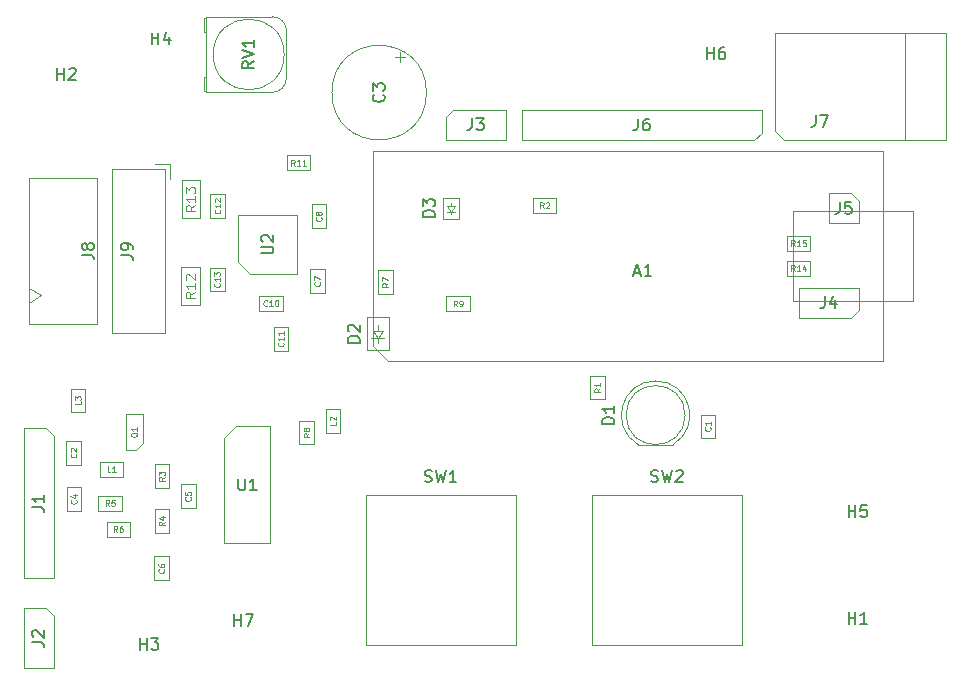
<source format=gbr>
%TF.GenerationSoftware,KiCad,Pcbnew,(5.99.0-9519-ga70106a3bd)*%
%TF.CreationDate,2021-04-17T12:18:36-04:00*%
%TF.ProjectId,Main-PCB,4d61696e-2d50-4434-922e-6b696361645f,rev?*%
%TF.SameCoordinates,Original*%
%TF.FileFunction,AssemblyDrawing,Top*%
%FSLAX46Y46*%
G04 Gerber Fmt 4.6, Leading zero omitted, Abs format (unit mm)*
G04 Created by KiCad (PCBNEW (5.99.0-9519-ga70106a3bd)) date 2021-04-17 12:18:36*
%MOMM*%
%LPD*%
G01*
G04 APERTURE LIST*
%ADD10C,0.150000*%
%ADD11C,0.080000*%
%ADD12C,0.120000*%
%ADD13C,0.075000*%
%ADD14C,0.100000*%
G04 APERTURE END LIST*
D10*
%TO.C,C3*%
X32157142Y-7696666D02*
X32204761Y-7744285D01*
X32252380Y-7887142D01*
X32252380Y-7982380D01*
X32204761Y-8125238D01*
X32109523Y-8220476D01*
X32014285Y-8268095D01*
X31823809Y-8315714D01*
X31680952Y-8315714D01*
X31490476Y-8268095D01*
X31395238Y-8220476D01*
X31300000Y-8125238D01*
X31252380Y-7982380D01*
X31252380Y-7887142D01*
X31300000Y-7744285D01*
X31347619Y-7696666D01*
X31252380Y-7363333D02*
X31252380Y-6744285D01*
X31633333Y-7077619D01*
X31633333Y-6934761D01*
X31680952Y-6839523D01*
X31728571Y-6791904D01*
X31823809Y-6744285D01*
X32061904Y-6744285D01*
X32157142Y-6791904D01*
X32204761Y-6839523D01*
X32252380Y-6934761D01*
X32252380Y-7220476D01*
X32204761Y-7315714D01*
X32157142Y-7363333D01*
D11*
%TO.C,R14*%
X66978571Y-22626190D02*
X66811904Y-22388095D01*
X66692857Y-22626190D02*
X66692857Y-22126190D01*
X66883333Y-22126190D01*
X66930952Y-22150000D01*
X66954761Y-22173809D01*
X66978571Y-22221428D01*
X66978571Y-22292857D01*
X66954761Y-22340476D01*
X66930952Y-22364285D01*
X66883333Y-22388095D01*
X66692857Y-22388095D01*
X67454761Y-22626190D02*
X67169047Y-22626190D01*
X67311904Y-22626190D02*
X67311904Y-22126190D01*
X67264285Y-22197619D01*
X67216666Y-22245238D01*
X67169047Y-22269047D01*
X67883333Y-22292857D02*
X67883333Y-22626190D01*
X67764285Y-22102380D02*
X67645238Y-22459523D01*
X67954761Y-22459523D01*
D10*
%TO.C,RV1*%
X21202380Y-4895238D02*
X20726190Y-5228571D01*
X21202380Y-5466666D02*
X20202380Y-5466666D01*
X20202380Y-5085714D01*
X20250000Y-4990476D01*
X20297619Y-4942857D01*
X20392857Y-4895238D01*
X20535714Y-4895238D01*
X20630952Y-4942857D01*
X20678571Y-4990476D01*
X20726190Y-5085714D01*
X20726190Y-5466666D01*
X20202380Y-4609523D02*
X21202380Y-4276190D01*
X20202380Y-3942857D01*
X21202380Y-3085714D02*
X21202380Y-3657142D01*
X21202380Y-3371428D02*
X20202380Y-3371428D01*
X20345238Y-3466666D01*
X20440476Y-3561904D01*
X20488095Y-3657142D01*
D11*
%TO.C,C13*%
X18278571Y-23681428D02*
X18302380Y-23705238D01*
X18326190Y-23776666D01*
X18326190Y-23824285D01*
X18302380Y-23895714D01*
X18254761Y-23943333D01*
X18207142Y-23967142D01*
X18111904Y-23990952D01*
X18040476Y-23990952D01*
X17945238Y-23967142D01*
X17897619Y-23943333D01*
X17850000Y-23895714D01*
X17826190Y-23824285D01*
X17826190Y-23776666D01*
X17850000Y-23705238D01*
X17873809Y-23681428D01*
X18326190Y-23205238D02*
X18326190Y-23490952D01*
X18326190Y-23348095D02*
X17826190Y-23348095D01*
X17897619Y-23395714D01*
X17945238Y-23443333D01*
X17969047Y-23490952D01*
X17826190Y-23038571D02*
X17826190Y-22729047D01*
X18016666Y-22895714D01*
X18016666Y-22824285D01*
X18040476Y-22776666D01*
X18064285Y-22752857D01*
X18111904Y-22729047D01*
X18230952Y-22729047D01*
X18278571Y-22752857D01*
X18302380Y-22776666D01*
X18326190Y-22824285D01*
X18326190Y-22967142D01*
X18302380Y-23014761D01*
X18278571Y-23038571D01*
%TO.C,R6*%
X9636666Y-44731190D02*
X9470000Y-44493095D01*
X9350952Y-44731190D02*
X9350952Y-44231190D01*
X9541428Y-44231190D01*
X9589047Y-44255000D01*
X9612857Y-44278809D01*
X9636666Y-44326428D01*
X9636666Y-44397857D01*
X9612857Y-44445476D01*
X9589047Y-44469285D01*
X9541428Y-44493095D01*
X9350952Y-44493095D01*
X10065238Y-44231190D02*
X9970000Y-44231190D01*
X9922380Y-44255000D01*
X9898571Y-44278809D01*
X9850952Y-44350238D01*
X9827142Y-44445476D01*
X9827142Y-44635952D01*
X9850952Y-44683571D01*
X9874761Y-44707380D01*
X9922380Y-44731190D01*
X10017619Y-44731190D01*
X10065238Y-44707380D01*
X10089047Y-44683571D01*
X10112857Y-44635952D01*
X10112857Y-44516904D01*
X10089047Y-44469285D01*
X10065238Y-44445476D01*
X10017619Y-44421666D01*
X9922380Y-44421666D01*
X9874761Y-44445476D01*
X9850952Y-44469285D01*
X9827142Y-44516904D01*
D10*
%TO.C,J6*%
X53696666Y-9732380D02*
X53696666Y-10446666D01*
X53649047Y-10589523D01*
X53553809Y-10684761D01*
X53410952Y-10732380D01*
X53315714Y-10732380D01*
X54601428Y-9732380D02*
X54410952Y-9732380D01*
X54315714Y-9780000D01*
X54268095Y-9827619D01*
X54172857Y-9970476D01*
X54125238Y-10160952D01*
X54125238Y-10541904D01*
X54172857Y-10637142D01*
X54220476Y-10684761D01*
X54315714Y-10732380D01*
X54506190Y-10732380D01*
X54601428Y-10684761D01*
X54649047Y-10637142D01*
X54696666Y-10541904D01*
X54696666Y-10303809D01*
X54649047Y-10208571D01*
X54601428Y-10160952D01*
X54506190Y-10113333D01*
X54315714Y-10113333D01*
X54220476Y-10160952D01*
X54172857Y-10208571D01*
X54125238Y-10303809D01*
%TO.C,J7*%
X68766666Y-9409880D02*
X68766666Y-10124166D01*
X68719047Y-10267023D01*
X68623809Y-10362261D01*
X68480952Y-10409880D01*
X68385714Y-10409880D01*
X69147619Y-9409880D02*
X69814285Y-9409880D01*
X69385714Y-10409880D01*
D11*
%TO.C,R7*%
X32576190Y-23663333D02*
X32338095Y-23830000D01*
X32576190Y-23949047D02*
X32076190Y-23949047D01*
X32076190Y-23758571D01*
X32100000Y-23710952D01*
X32123809Y-23687142D01*
X32171428Y-23663333D01*
X32242857Y-23663333D01*
X32290476Y-23687142D01*
X32314285Y-23710952D01*
X32338095Y-23758571D01*
X32338095Y-23949047D01*
X32076190Y-23496666D02*
X32076190Y-23163333D01*
X32576190Y-23377619D01*
D10*
%TO.C,H5*%
X71538095Y-43452380D02*
X71538095Y-42452380D01*
X71538095Y-42928571D02*
X72109523Y-42928571D01*
X72109523Y-43452380D02*
X72109523Y-42452380D01*
X73061904Y-42452380D02*
X72585714Y-42452380D01*
X72538095Y-42928571D01*
X72585714Y-42880952D01*
X72680952Y-42833333D01*
X72919047Y-42833333D01*
X73014285Y-42880952D01*
X73061904Y-42928571D01*
X73109523Y-43023809D01*
X73109523Y-43261904D01*
X73061904Y-43357142D01*
X73014285Y-43404761D01*
X72919047Y-43452380D01*
X72680952Y-43452380D01*
X72585714Y-43404761D01*
X72538095Y-43357142D01*
%TO.C,D1*%
X51692380Y-35573095D02*
X50692380Y-35573095D01*
X50692380Y-35335000D01*
X50740000Y-35192142D01*
X50835238Y-35096904D01*
X50930476Y-35049285D01*
X51120952Y-35001666D01*
X51263809Y-35001666D01*
X51454285Y-35049285D01*
X51549523Y-35096904D01*
X51644761Y-35192142D01*
X51692380Y-35335000D01*
X51692380Y-35573095D01*
X51692380Y-34049285D02*
X51692380Y-34620714D01*
X51692380Y-34335000D02*
X50692380Y-34335000D01*
X50835238Y-34430238D01*
X50930476Y-34525476D01*
X50978095Y-34620714D01*
%TO.C,A1*%
X53415714Y-22766666D02*
X53891904Y-22766666D01*
X53320476Y-23052380D02*
X53653809Y-22052380D01*
X53987142Y-23052380D01*
X54844285Y-23052380D02*
X54272857Y-23052380D01*
X54558571Y-23052380D02*
X54558571Y-22052380D01*
X54463333Y-22195238D01*
X54368095Y-22290476D01*
X54272857Y-22338095D01*
D11*
%TO.C,C12*%
X18308571Y-17441428D02*
X18332380Y-17465238D01*
X18356190Y-17536666D01*
X18356190Y-17584285D01*
X18332380Y-17655714D01*
X18284761Y-17703333D01*
X18237142Y-17727142D01*
X18141904Y-17750952D01*
X18070476Y-17750952D01*
X17975238Y-17727142D01*
X17927619Y-17703333D01*
X17880000Y-17655714D01*
X17856190Y-17584285D01*
X17856190Y-17536666D01*
X17880000Y-17465238D01*
X17903809Y-17441428D01*
X18356190Y-16965238D02*
X18356190Y-17250952D01*
X18356190Y-17108095D02*
X17856190Y-17108095D01*
X17927619Y-17155714D01*
X17975238Y-17203333D01*
X17999047Y-17250952D01*
X17903809Y-16774761D02*
X17880000Y-16750952D01*
X17856190Y-16703333D01*
X17856190Y-16584285D01*
X17880000Y-16536666D01*
X17903809Y-16512857D01*
X17951428Y-16489047D01*
X17999047Y-16489047D01*
X18070476Y-16512857D01*
X18356190Y-16798571D01*
X18356190Y-16489047D01*
D10*
%TO.C,J4*%
X69526666Y-24792380D02*
X69526666Y-25506666D01*
X69479047Y-25649523D01*
X69383809Y-25744761D01*
X69240952Y-25792380D01*
X69145714Y-25792380D01*
X70431428Y-25125714D02*
X70431428Y-25792380D01*
X70193333Y-24744761D02*
X69955238Y-25459047D01*
X70574285Y-25459047D01*
%TO.C,H2*%
X4538095Y-6452380D02*
X4538095Y-5452380D01*
X4538095Y-5928571D02*
X5109523Y-5928571D01*
X5109523Y-6452380D02*
X5109523Y-5452380D01*
X5538095Y-5547619D02*
X5585714Y-5500000D01*
X5680952Y-5452380D01*
X5919047Y-5452380D01*
X6014285Y-5500000D01*
X6061904Y-5547619D01*
X6109523Y-5642857D01*
X6109523Y-5738095D01*
X6061904Y-5880952D01*
X5490476Y-6452380D01*
X6109523Y-6452380D01*
D11*
%TO.C,L3*%
X6526190Y-33683333D02*
X6526190Y-33921428D01*
X6026190Y-33921428D01*
X6026190Y-33564285D02*
X6026190Y-33254761D01*
X6216666Y-33421428D01*
X6216666Y-33350000D01*
X6240476Y-33302380D01*
X6264285Y-33278571D01*
X6311904Y-33254761D01*
X6430952Y-33254761D01*
X6478571Y-33278571D01*
X6502380Y-33302380D01*
X6526190Y-33350000D01*
X6526190Y-33492857D01*
X6502380Y-33540476D01*
X6478571Y-33564285D01*
%TO.C,R9*%
X38396666Y-25636190D02*
X38230000Y-25398095D01*
X38110952Y-25636190D02*
X38110952Y-25136190D01*
X38301428Y-25136190D01*
X38349047Y-25160000D01*
X38372857Y-25183809D01*
X38396666Y-25231428D01*
X38396666Y-25302857D01*
X38372857Y-25350476D01*
X38349047Y-25374285D01*
X38301428Y-25398095D01*
X38110952Y-25398095D01*
X38634761Y-25636190D02*
X38730000Y-25636190D01*
X38777619Y-25612380D01*
X38801428Y-25588571D01*
X38849047Y-25517142D01*
X38872857Y-25421904D01*
X38872857Y-25231428D01*
X38849047Y-25183809D01*
X38825238Y-25160000D01*
X38777619Y-25136190D01*
X38682380Y-25136190D01*
X38634761Y-25160000D01*
X38610952Y-25183809D01*
X38587142Y-25231428D01*
X38587142Y-25350476D01*
X38610952Y-25398095D01*
X38634761Y-25421904D01*
X38682380Y-25445714D01*
X38777619Y-25445714D01*
X38825238Y-25421904D01*
X38849047Y-25398095D01*
X38872857Y-25350476D01*
D10*
%TO.C,H4*%
X12538095Y-3452380D02*
X12538095Y-2452380D01*
X12538095Y-2928571D02*
X13109523Y-2928571D01*
X13109523Y-3452380D02*
X13109523Y-2452380D01*
X14014285Y-2785714D02*
X14014285Y-3452380D01*
X13776190Y-2404761D02*
X13538095Y-3119047D01*
X14157142Y-3119047D01*
%TO.C,SW1*%
X35664791Y-40455761D02*
X35807648Y-40503380D01*
X36045744Y-40503380D01*
X36140982Y-40455761D01*
X36188601Y-40408142D01*
X36236220Y-40312904D01*
X36236220Y-40217666D01*
X36188601Y-40122428D01*
X36140982Y-40074809D01*
X36045744Y-40027190D01*
X35855267Y-39979571D01*
X35760029Y-39931952D01*
X35712410Y-39884333D01*
X35664791Y-39789095D01*
X35664791Y-39693857D01*
X35712410Y-39598619D01*
X35760029Y-39551000D01*
X35855267Y-39503380D01*
X36093363Y-39503380D01*
X36236220Y-39551000D01*
X36569553Y-39503380D02*
X36807648Y-40503380D01*
X36998125Y-39789095D01*
X37188601Y-40503380D01*
X37426696Y-39503380D01*
X38331458Y-40503380D02*
X37760029Y-40503380D01*
X38045744Y-40503380D02*
X38045744Y-39503380D01*
X37950505Y-39646238D01*
X37855267Y-39741476D01*
X37760029Y-39789095D01*
D11*
%TO.C,R4*%
X13646190Y-43888333D02*
X13408095Y-44055000D01*
X13646190Y-44174047D02*
X13146190Y-44174047D01*
X13146190Y-43983571D01*
X13170000Y-43935952D01*
X13193809Y-43912142D01*
X13241428Y-43888333D01*
X13312857Y-43888333D01*
X13360476Y-43912142D01*
X13384285Y-43935952D01*
X13408095Y-43983571D01*
X13408095Y-44174047D01*
X13312857Y-43459761D02*
X13646190Y-43459761D01*
X13122380Y-43578809D02*
X13479523Y-43697857D01*
X13479523Y-43388333D01*
%TO.C,C5*%
X15808571Y-41783333D02*
X15832380Y-41807142D01*
X15856190Y-41878571D01*
X15856190Y-41926190D01*
X15832380Y-41997619D01*
X15784761Y-42045238D01*
X15737142Y-42069047D01*
X15641904Y-42092857D01*
X15570476Y-42092857D01*
X15475238Y-42069047D01*
X15427619Y-42045238D01*
X15380000Y-41997619D01*
X15356190Y-41926190D01*
X15356190Y-41878571D01*
X15380000Y-41807142D01*
X15403809Y-41783333D01*
X15356190Y-41330952D02*
X15356190Y-41569047D01*
X15594285Y-41592857D01*
X15570476Y-41569047D01*
X15546666Y-41521428D01*
X15546666Y-41402380D01*
X15570476Y-41354761D01*
X15594285Y-41330952D01*
X15641904Y-41307142D01*
X15760952Y-41307142D01*
X15808571Y-41330952D01*
X15832380Y-41354761D01*
X15856190Y-41402380D01*
X15856190Y-41521428D01*
X15832380Y-41569047D01*
X15808571Y-41592857D01*
D10*
%TO.C,D3*%
X36492380Y-18058095D02*
X35492380Y-18058095D01*
X35492380Y-17820000D01*
X35540000Y-17677142D01*
X35635238Y-17581904D01*
X35730476Y-17534285D01*
X35920952Y-17486666D01*
X36063809Y-17486666D01*
X36254285Y-17534285D01*
X36349523Y-17581904D01*
X36444761Y-17677142D01*
X36492380Y-17820000D01*
X36492380Y-18058095D01*
X35492380Y-17153333D02*
X35492380Y-16534285D01*
X35873333Y-16867619D01*
X35873333Y-16724761D01*
X35920952Y-16629523D01*
X35968571Y-16581904D01*
X36063809Y-16534285D01*
X36301904Y-16534285D01*
X36397142Y-16581904D01*
X36444761Y-16629523D01*
X36492380Y-16724761D01*
X36492380Y-17010476D01*
X36444761Y-17105714D01*
X36397142Y-17153333D01*
D11*
%TO.C,C7*%
X26768571Y-23583333D02*
X26792380Y-23607142D01*
X26816190Y-23678571D01*
X26816190Y-23726190D01*
X26792380Y-23797619D01*
X26744761Y-23845238D01*
X26697142Y-23869047D01*
X26601904Y-23892857D01*
X26530476Y-23892857D01*
X26435238Y-23869047D01*
X26387619Y-23845238D01*
X26340000Y-23797619D01*
X26316190Y-23726190D01*
X26316190Y-23678571D01*
X26340000Y-23607142D01*
X26363809Y-23583333D01*
X26316190Y-23416666D02*
X26316190Y-23083333D01*
X26816190Y-23297619D01*
D12*
%TO.C,R12*%
X16201904Y-24434285D02*
X15820952Y-24700952D01*
X16201904Y-24891428D02*
X15401904Y-24891428D01*
X15401904Y-24586666D01*
X15440000Y-24510476D01*
X15478095Y-24472380D01*
X15554285Y-24434285D01*
X15668571Y-24434285D01*
X15744761Y-24472380D01*
X15782857Y-24510476D01*
X15820952Y-24586666D01*
X15820952Y-24891428D01*
X16201904Y-23672380D02*
X16201904Y-24129523D01*
X16201904Y-23900952D02*
X15401904Y-23900952D01*
X15516190Y-23977142D01*
X15592380Y-24053333D01*
X15630476Y-24129523D01*
X15478095Y-23367619D02*
X15440000Y-23329523D01*
X15401904Y-23253333D01*
X15401904Y-23062857D01*
X15440000Y-22986666D01*
X15478095Y-22948571D01*
X15554285Y-22910476D01*
X15630476Y-22910476D01*
X15744761Y-22948571D01*
X16201904Y-23405714D01*
X16201904Y-22910476D01*
D10*
%TO.C,J5*%
X70796666Y-16792380D02*
X70796666Y-17506666D01*
X70749047Y-17649523D01*
X70653809Y-17744761D01*
X70510952Y-17792380D01*
X70415714Y-17792380D01*
X71749047Y-16792380D02*
X71272857Y-16792380D01*
X71225238Y-17268571D01*
X71272857Y-17220952D01*
X71368095Y-17173333D01*
X71606190Y-17173333D01*
X71701428Y-17220952D01*
X71749047Y-17268571D01*
X71796666Y-17363809D01*
X71796666Y-17601904D01*
X71749047Y-17697142D01*
X71701428Y-17744761D01*
X71606190Y-17792380D01*
X71368095Y-17792380D01*
X71272857Y-17744761D01*
X71225238Y-17697142D01*
%TO.C,H1*%
X71538095Y-52502380D02*
X71538095Y-51502380D01*
X71538095Y-51978571D02*
X72109523Y-51978571D01*
X72109523Y-52502380D02*
X72109523Y-51502380D01*
X73109523Y-52502380D02*
X72538095Y-52502380D01*
X72823809Y-52502380D02*
X72823809Y-51502380D01*
X72728571Y-51645238D01*
X72633333Y-51740476D01*
X72538095Y-51788095D01*
%TO.C,U1*%
X19883333Y-40208333D02*
X19883333Y-41001666D01*
X19930000Y-41095000D01*
X19976666Y-41141666D01*
X20070000Y-41188333D01*
X20256666Y-41188333D01*
X20350000Y-41141666D01*
X20396666Y-41095000D01*
X20443333Y-41001666D01*
X20443333Y-40208333D01*
X21423333Y-41188333D02*
X20863333Y-41188333D01*
X21143333Y-41188333D02*
X21143333Y-40208333D01*
X21050000Y-40348333D01*
X20956666Y-40441666D01*
X20863333Y-40488333D01*
D11*
%TO.C,C10*%
X22308571Y-25558571D02*
X22284761Y-25582380D01*
X22213333Y-25606190D01*
X22165714Y-25606190D01*
X22094285Y-25582380D01*
X22046666Y-25534761D01*
X22022857Y-25487142D01*
X21999047Y-25391904D01*
X21999047Y-25320476D01*
X22022857Y-25225238D01*
X22046666Y-25177619D01*
X22094285Y-25130000D01*
X22165714Y-25106190D01*
X22213333Y-25106190D01*
X22284761Y-25130000D01*
X22308571Y-25153809D01*
X22784761Y-25606190D02*
X22499047Y-25606190D01*
X22641904Y-25606190D02*
X22641904Y-25106190D01*
X22594285Y-25177619D01*
X22546666Y-25225238D01*
X22499047Y-25249047D01*
X23094285Y-25106190D02*
X23141904Y-25106190D01*
X23189523Y-25130000D01*
X23213333Y-25153809D01*
X23237142Y-25201428D01*
X23260952Y-25296666D01*
X23260952Y-25415714D01*
X23237142Y-25510952D01*
X23213333Y-25558571D01*
X23189523Y-25582380D01*
X23141904Y-25606190D01*
X23094285Y-25606190D01*
X23046666Y-25582380D01*
X23022857Y-25558571D01*
X22999047Y-25510952D01*
X22975238Y-25415714D01*
X22975238Y-25296666D01*
X22999047Y-25201428D01*
X23022857Y-25153809D01*
X23046666Y-25130000D01*
X23094285Y-25106190D01*
%TO.C,L1*%
X9046666Y-39661190D02*
X8808571Y-39661190D01*
X8808571Y-39161190D01*
X9475238Y-39661190D02*
X9189523Y-39661190D01*
X9332380Y-39661190D02*
X9332380Y-39161190D01*
X9284761Y-39232619D01*
X9237142Y-39280238D01*
X9189523Y-39304047D01*
%TO.C,R15*%
X66978571Y-20526190D02*
X66811904Y-20288095D01*
X66692857Y-20526190D02*
X66692857Y-20026190D01*
X66883333Y-20026190D01*
X66930952Y-20050000D01*
X66954761Y-20073809D01*
X66978571Y-20121428D01*
X66978571Y-20192857D01*
X66954761Y-20240476D01*
X66930952Y-20264285D01*
X66883333Y-20288095D01*
X66692857Y-20288095D01*
X67454761Y-20526190D02*
X67169047Y-20526190D01*
X67311904Y-20526190D02*
X67311904Y-20026190D01*
X67264285Y-20097619D01*
X67216666Y-20145238D01*
X67169047Y-20169047D01*
X67907142Y-20026190D02*
X67669047Y-20026190D01*
X67645238Y-20264285D01*
X67669047Y-20240476D01*
X67716666Y-20216666D01*
X67835714Y-20216666D01*
X67883333Y-20240476D01*
X67907142Y-20264285D01*
X67930952Y-20311904D01*
X67930952Y-20430952D01*
X67907142Y-20478571D01*
X67883333Y-20502380D01*
X67835714Y-20526190D01*
X67716666Y-20526190D01*
X67669047Y-20502380D01*
X67645238Y-20478571D01*
%TO.C,R11*%
X24648571Y-13706190D02*
X24481904Y-13468095D01*
X24362857Y-13706190D02*
X24362857Y-13206190D01*
X24553333Y-13206190D01*
X24600952Y-13230000D01*
X24624761Y-13253809D01*
X24648571Y-13301428D01*
X24648571Y-13372857D01*
X24624761Y-13420476D01*
X24600952Y-13444285D01*
X24553333Y-13468095D01*
X24362857Y-13468095D01*
X25124761Y-13706190D02*
X24839047Y-13706190D01*
X24981904Y-13706190D02*
X24981904Y-13206190D01*
X24934285Y-13277619D01*
X24886666Y-13325238D01*
X24839047Y-13349047D01*
X25600952Y-13706190D02*
X25315238Y-13706190D01*
X25458095Y-13706190D02*
X25458095Y-13206190D01*
X25410476Y-13277619D01*
X25362857Y-13325238D01*
X25315238Y-13349047D01*
D10*
%TO.C,J8*%
X6657380Y-21273333D02*
X7371666Y-21273333D01*
X7514523Y-21320952D01*
X7609761Y-21416190D01*
X7657380Y-21559047D01*
X7657380Y-21654285D01*
X7085952Y-20654285D02*
X7038333Y-20749523D01*
X6990714Y-20797142D01*
X6895476Y-20844761D01*
X6847857Y-20844761D01*
X6752619Y-20797142D01*
X6705000Y-20749523D01*
X6657380Y-20654285D01*
X6657380Y-20463809D01*
X6705000Y-20368571D01*
X6752619Y-20320952D01*
X6847857Y-20273333D01*
X6895476Y-20273333D01*
X6990714Y-20320952D01*
X7038333Y-20368571D01*
X7085952Y-20463809D01*
X7085952Y-20654285D01*
X7133571Y-20749523D01*
X7181190Y-20797142D01*
X7276428Y-20844761D01*
X7466904Y-20844761D01*
X7562142Y-20797142D01*
X7609761Y-20749523D01*
X7657380Y-20654285D01*
X7657380Y-20463809D01*
X7609761Y-20368571D01*
X7562142Y-20320952D01*
X7466904Y-20273333D01*
X7276428Y-20273333D01*
X7181190Y-20320952D01*
X7133571Y-20368571D01*
X7085952Y-20463809D01*
D11*
%TO.C,R5*%
X8936666Y-42531190D02*
X8770000Y-42293095D01*
X8650952Y-42531190D02*
X8650952Y-42031190D01*
X8841428Y-42031190D01*
X8889047Y-42055000D01*
X8912857Y-42078809D01*
X8936666Y-42126428D01*
X8936666Y-42197857D01*
X8912857Y-42245476D01*
X8889047Y-42269285D01*
X8841428Y-42293095D01*
X8650952Y-42293095D01*
X9389047Y-42031190D02*
X9150952Y-42031190D01*
X9127142Y-42269285D01*
X9150952Y-42245476D01*
X9198571Y-42221666D01*
X9317619Y-42221666D01*
X9365238Y-42245476D01*
X9389047Y-42269285D01*
X9412857Y-42316904D01*
X9412857Y-42435952D01*
X9389047Y-42483571D01*
X9365238Y-42507380D01*
X9317619Y-42531190D01*
X9198571Y-42531190D01*
X9150952Y-42507380D01*
X9127142Y-42483571D01*
D10*
%TO.C,H7*%
X19538095Y-52702380D02*
X19538095Y-51702380D01*
X19538095Y-52178571D02*
X20109523Y-52178571D01*
X20109523Y-52702380D02*
X20109523Y-51702380D01*
X20490476Y-51702380D02*
X21157142Y-51702380D01*
X20728571Y-52702380D01*
D11*
%TO.C,L2*%
X28126190Y-35408333D02*
X28126190Y-35646428D01*
X27626190Y-35646428D01*
X27673809Y-35265476D02*
X27650000Y-35241666D01*
X27626190Y-35194047D01*
X27626190Y-35075000D01*
X27650000Y-35027380D01*
X27673809Y-35003571D01*
X27721428Y-34979761D01*
X27769047Y-34979761D01*
X27840476Y-35003571D01*
X28126190Y-35289285D01*
X28126190Y-34979761D01*
D12*
%TO.C,R13*%
X16231904Y-17064285D02*
X15850952Y-17330952D01*
X16231904Y-17521428D02*
X15431904Y-17521428D01*
X15431904Y-17216666D01*
X15470000Y-17140476D01*
X15508095Y-17102380D01*
X15584285Y-17064285D01*
X15698571Y-17064285D01*
X15774761Y-17102380D01*
X15812857Y-17140476D01*
X15850952Y-17216666D01*
X15850952Y-17521428D01*
X16231904Y-16302380D02*
X16231904Y-16759523D01*
X16231904Y-16530952D02*
X15431904Y-16530952D01*
X15546190Y-16607142D01*
X15622380Y-16683333D01*
X15660476Y-16759523D01*
X15431904Y-16035714D02*
X15431904Y-15540476D01*
X15736666Y-15807142D01*
X15736666Y-15692857D01*
X15774761Y-15616666D01*
X15812857Y-15578571D01*
X15889047Y-15540476D01*
X16079523Y-15540476D01*
X16155714Y-15578571D01*
X16193809Y-15616666D01*
X16231904Y-15692857D01*
X16231904Y-15921428D01*
X16193809Y-15997619D01*
X16155714Y-16035714D01*
D11*
%TO.C,C4*%
X6128571Y-42028333D02*
X6152380Y-42052142D01*
X6176190Y-42123571D01*
X6176190Y-42171190D01*
X6152380Y-42242619D01*
X6104761Y-42290238D01*
X6057142Y-42314047D01*
X5961904Y-42337857D01*
X5890476Y-42337857D01*
X5795238Y-42314047D01*
X5747619Y-42290238D01*
X5700000Y-42242619D01*
X5676190Y-42171190D01*
X5676190Y-42123571D01*
X5700000Y-42052142D01*
X5723809Y-42028333D01*
X5842857Y-41599761D02*
X6176190Y-41599761D01*
X5652380Y-41718809D02*
X6009523Y-41837857D01*
X6009523Y-41528333D01*
D10*
%TO.C,H3*%
X11538095Y-54702380D02*
X11538095Y-53702380D01*
X11538095Y-54178571D02*
X12109523Y-54178571D01*
X12109523Y-54702380D02*
X12109523Y-53702380D01*
X12490476Y-53702380D02*
X13109523Y-53702380D01*
X12776190Y-54083333D01*
X12919047Y-54083333D01*
X13014285Y-54130952D01*
X13061904Y-54178571D01*
X13109523Y-54273809D01*
X13109523Y-54511904D01*
X13061904Y-54607142D01*
X13014285Y-54654761D01*
X12919047Y-54702380D01*
X12633333Y-54702380D01*
X12538095Y-54654761D01*
X12490476Y-54607142D01*
D11*
%TO.C,C2*%
X6118571Y-38108333D02*
X6142380Y-38132142D01*
X6166190Y-38203571D01*
X6166190Y-38251190D01*
X6142380Y-38322619D01*
X6094761Y-38370238D01*
X6047142Y-38394047D01*
X5951904Y-38417857D01*
X5880476Y-38417857D01*
X5785238Y-38394047D01*
X5737619Y-38370238D01*
X5690000Y-38322619D01*
X5666190Y-38251190D01*
X5666190Y-38203571D01*
X5690000Y-38132142D01*
X5713809Y-38108333D01*
X5713809Y-37917857D02*
X5690000Y-37894047D01*
X5666190Y-37846428D01*
X5666190Y-37727380D01*
X5690000Y-37679761D01*
X5713809Y-37655952D01*
X5761428Y-37632142D01*
X5809047Y-37632142D01*
X5880476Y-37655952D01*
X6166190Y-37941666D01*
X6166190Y-37632142D01*
%TO.C,C6*%
X13548571Y-47888333D02*
X13572380Y-47912142D01*
X13596190Y-47983571D01*
X13596190Y-48031190D01*
X13572380Y-48102619D01*
X13524761Y-48150238D01*
X13477142Y-48174047D01*
X13381904Y-48197857D01*
X13310476Y-48197857D01*
X13215238Y-48174047D01*
X13167619Y-48150238D01*
X13120000Y-48102619D01*
X13096190Y-48031190D01*
X13096190Y-47983571D01*
X13120000Y-47912142D01*
X13143809Y-47888333D01*
X13096190Y-47459761D02*
X13096190Y-47555000D01*
X13120000Y-47602619D01*
X13143809Y-47626428D01*
X13215238Y-47674047D01*
X13310476Y-47697857D01*
X13500952Y-47697857D01*
X13548571Y-47674047D01*
X13572380Y-47650238D01*
X13596190Y-47602619D01*
X13596190Y-47507380D01*
X13572380Y-47459761D01*
X13548571Y-47435952D01*
X13500952Y-47412142D01*
X13381904Y-47412142D01*
X13334285Y-47435952D01*
X13310476Y-47459761D01*
X13286666Y-47507380D01*
X13286666Y-47602619D01*
X13310476Y-47650238D01*
X13334285Y-47674047D01*
X13381904Y-47697857D01*
D10*
%TO.C,U2*%
X21832380Y-21151904D02*
X22641904Y-21151904D01*
X22737142Y-21104285D01*
X22784761Y-21056666D01*
X22832380Y-20961428D01*
X22832380Y-20770952D01*
X22784761Y-20675714D01*
X22737142Y-20628095D01*
X22641904Y-20580476D01*
X21832380Y-20580476D01*
X21927619Y-20151904D02*
X21880000Y-20104285D01*
X21832380Y-20009047D01*
X21832380Y-19770952D01*
X21880000Y-19675714D01*
X21927619Y-19628095D01*
X22022857Y-19580476D01*
X22118095Y-19580476D01*
X22260952Y-19628095D01*
X22832380Y-20199523D01*
X22832380Y-19580476D01*
D11*
%TO.C,R8*%
X25896190Y-36388333D02*
X25658095Y-36555000D01*
X25896190Y-36674047D02*
X25396190Y-36674047D01*
X25396190Y-36483571D01*
X25420000Y-36435952D01*
X25443809Y-36412142D01*
X25491428Y-36388333D01*
X25562857Y-36388333D01*
X25610476Y-36412142D01*
X25634285Y-36435952D01*
X25658095Y-36483571D01*
X25658095Y-36674047D01*
X25610476Y-36102619D02*
X25586666Y-36150238D01*
X25562857Y-36174047D01*
X25515238Y-36197857D01*
X25491428Y-36197857D01*
X25443809Y-36174047D01*
X25420000Y-36150238D01*
X25396190Y-36102619D01*
X25396190Y-36007380D01*
X25420000Y-35959761D01*
X25443809Y-35935952D01*
X25491428Y-35912142D01*
X25515238Y-35912142D01*
X25562857Y-35935952D01*
X25586666Y-35959761D01*
X25610476Y-36007380D01*
X25610476Y-36102619D01*
X25634285Y-36150238D01*
X25658095Y-36174047D01*
X25705714Y-36197857D01*
X25800952Y-36197857D01*
X25848571Y-36174047D01*
X25872380Y-36150238D01*
X25896190Y-36102619D01*
X25896190Y-36007380D01*
X25872380Y-35959761D01*
X25848571Y-35935952D01*
X25800952Y-35912142D01*
X25705714Y-35912142D01*
X25658095Y-35935952D01*
X25634285Y-35959761D01*
X25610476Y-36007380D01*
D10*
%TO.C,D2*%
X30142380Y-28698095D02*
X29142380Y-28698095D01*
X29142380Y-28460000D01*
X29190000Y-28317142D01*
X29285238Y-28221904D01*
X29380476Y-28174285D01*
X29570952Y-28126666D01*
X29713809Y-28126666D01*
X29904285Y-28174285D01*
X29999523Y-28221904D01*
X30094761Y-28317142D01*
X30142380Y-28460000D01*
X30142380Y-28698095D01*
X29237619Y-27745714D02*
X29190000Y-27698095D01*
X29142380Y-27602857D01*
X29142380Y-27364761D01*
X29190000Y-27269523D01*
X29237619Y-27221904D01*
X29332857Y-27174285D01*
X29428095Y-27174285D01*
X29570952Y-27221904D01*
X30142380Y-27793333D01*
X30142380Y-27174285D01*
%TO.C,J3*%
X39656666Y-9692380D02*
X39656666Y-10406666D01*
X39609047Y-10549523D01*
X39513809Y-10644761D01*
X39370952Y-10692380D01*
X39275714Y-10692380D01*
X40037619Y-9692380D02*
X40656666Y-9692380D01*
X40323333Y-10073333D01*
X40466190Y-10073333D01*
X40561428Y-10120952D01*
X40609047Y-10168571D01*
X40656666Y-10263809D01*
X40656666Y-10501904D01*
X40609047Y-10597142D01*
X40561428Y-10644761D01*
X40466190Y-10692380D01*
X40180476Y-10692380D01*
X40085238Y-10644761D01*
X40037619Y-10597142D01*
D11*
%TO.C,R2*%
X45716666Y-17316190D02*
X45550000Y-17078095D01*
X45430952Y-17316190D02*
X45430952Y-16816190D01*
X45621428Y-16816190D01*
X45669047Y-16840000D01*
X45692857Y-16863809D01*
X45716666Y-16911428D01*
X45716666Y-16982857D01*
X45692857Y-17030476D01*
X45669047Y-17054285D01*
X45621428Y-17078095D01*
X45430952Y-17078095D01*
X45907142Y-16863809D02*
X45930952Y-16840000D01*
X45978571Y-16816190D01*
X46097619Y-16816190D01*
X46145238Y-16840000D01*
X46169047Y-16863809D01*
X46192857Y-16911428D01*
X46192857Y-16959047D01*
X46169047Y-17030476D01*
X45883333Y-17316190D01*
X46192857Y-17316190D01*
%TO.C,R1*%
X50526190Y-32583333D02*
X50288095Y-32750000D01*
X50526190Y-32869047D02*
X50026190Y-32869047D01*
X50026190Y-32678571D01*
X50050000Y-32630952D01*
X50073809Y-32607142D01*
X50121428Y-32583333D01*
X50192857Y-32583333D01*
X50240476Y-32607142D01*
X50264285Y-32630952D01*
X50288095Y-32678571D01*
X50288095Y-32869047D01*
X50526190Y-32107142D02*
X50526190Y-32392857D01*
X50526190Y-32250000D02*
X50026190Y-32250000D01*
X50097619Y-32297619D01*
X50145238Y-32345238D01*
X50169047Y-32392857D01*
D10*
%TO.C,J9*%
X9922380Y-21283333D02*
X10636666Y-21283333D01*
X10779523Y-21330952D01*
X10874761Y-21426190D01*
X10922380Y-21569047D01*
X10922380Y-21664285D01*
X10922380Y-20759523D02*
X10922380Y-20569047D01*
X10874761Y-20473809D01*
X10827142Y-20426190D01*
X10684285Y-20330952D01*
X10493809Y-20283333D01*
X10112857Y-20283333D01*
X10017619Y-20330952D01*
X9970000Y-20378571D01*
X9922380Y-20473809D01*
X9922380Y-20664285D01*
X9970000Y-20759523D01*
X10017619Y-20807142D01*
X10112857Y-20854761D01*
X10350952Y-20854761D01*
X10446190Y-20807142D01*
X10493809Y-20759523D01*
X10541428Y-20664285D01*
X10541428Y-20473809D01*
X10493809Y-20378571D01*
X10446190Y-20330952D01*
X10350952Y-20283333D01*
D13*
%TO.C,Q1*%
X11333809Y-36312619D02*
X11310000Y-36360238D01*
X11262380Y-36407857D01*
X11190952Y-36479285D01*
X11167142Y-36526904D01*
X11167142Y-36574523D01*
X11286190Y-36550714D02*
X11262380Y-36598333D01*
X11214761Y-36645952D01*
X11119523Y-36669761D01*
X10952857Y-36669761D01*
X10857619Y-36645952D01*
X10810000Y-36598333D01*
X10786190Y-36550714D01*
X10786190Y-36455476D01*
X10810000Y-36407857D01*
X10857619Y-36360238D01*
X10952857Y-36336428D01*
X11119523Y-36336428D01*
X11214761Y-36360238D01*
X11262380Y-36407857D01*
X11286190Y-36455476D01*
X11286190Y-36550714D01*
X11286190Y-35860238D02*
X11286190Y-36145952D01*
X11286190Y-36003095D02*
X10786190Y-36003095D01*
X10857619Y-36050714D01*
X10905238Y-36098333D01*
X10929047Y-36145952D01*
D11*
%TO.C,C11*%
X23658571Y-28701428D02*
X23682380Y-28725238D01*
X23706190Y-28796666D01*
X23706190Y-28844285D01*
X23682380Y-28915714D01*
X23634761Y-28963333D01*
X23587142Y-28987142D01*
X23491904Y-29010952D01*
X23420476Y-29010952D01*
X23325238Y-28987142D01*
X23277619Y-28963333D01*
X23230000Y-28915714D01*
X23206190Y-28844285D01*
X23206190Y-28796666D01*
X23230000Y-28725238D01*
X23253809Y-28701428D01*
X23706190Y-28225238D02*
X23706190Y-28510952D01*
X23706190Y-28368095D02*
X23206190Y-28368095D01*
X23277619Y-28415714D01*
X23325238Y-28463333D01*
X23349047Y-28510952D01*
X23706190Y-27749047D02*
X23706190Y-28034761D01*
X23706190Y-27891904D02*
X23206190Y-27891904D01*
X23277619Y-27939523D01*
X23325238Y-27987142D01*
X23349047Y-28034761D01*
D10*
%TO.C,H6*%
X59538095Y-4702380D02*
X59538095Y-3702380D01*
X59538095Y-4178571D02*
X60109523Y-4178571D01*
X60109523Y-4702380D02*
X60109523Y-3702380D01*
X61014285Y-3702380D02*
X60823809Y-3702380D01*
X60728571Y-3750000D01*
X60680952Y-3797619D01*
X60585714Y-3940476D01*
X60538095Y-4130952D01*
X60538095Y-4511904D01*
X60585714Y-4607142D01*
X60633333Y-4654761D01*
X60728571Y-4702380D01*
X60919047Y-4702380D01*
X61014285Y-4654761D01*
X61061904Y-4607142D01*
X61109523Y-4511904D01*
X61109523Y-4273809D01*
X61061904Y-4178571D01*
X61014285Y-4130952D01*
X60919047Y-4083333D01*
X60728571Y-4083333D01*
X60633333Y-4130952D01*
X60585714Y-4178571D01*
X60538095Y-4273809D01*
%TO.C,J1*%
X2422380Y-42618333D02*
X3136666Y-42618333D01*
X3279523Y-42665952D01*
X3374761Y-42761190D01*
X3422380Y-42904047D01*
X3422380Y-42999285D01*
X3422380Y-41618333D02*
X3422380Y-42189761D01*
X3422380Y-41904047D02*
X2422380Y-41904047D01*
X2565238Y-41999285D01*
X2660476Y-42094523D01*
X2708095Y-42189761D01*
D11*
%TO.C,R3*%
X13646190Y-40088333D02*
X13408095Y-40255000D01*
X13646190Y-40374047D02*
X13146190Y-40374047D01*
X13146190Y-40183571D01*
X13170000Y-40135952D01*
X13193809Y-40112142D01*
X13241428Y-40088333D01*
X13312857Y-40088333D01*
X13360476Y-40112142D01*
X13384285Y-40135952D01*
X13408095Y-40183571D01*
X13408095Y-40374047D01*
X13146190Y-39921666D02*
X13146190Y-39612142D01*
X13336666Y-39778809D01*
X13336666Y-39707380D01*
X13360476Y-39659761D01*
X13384285Y-39635952D01*
X13431904Y-39612142D01*
X13550952Y-39612142D01*
X13598571Y-39635952D01*
X13622380Y-39659761D01*
X13646190Y-39707380D01*
X13646190Y-39850238D01*
X13622380Y-39897857D01*
X13598571Y-39921666D01*
%TO.C,C1*%
X59818571Y-35873333D02*
X59842380Y-35897142D01*
X59866190Y-35968571D01*
X59866190Y-36016190D01*
X59842380Y-36087619D01*
X59794761Y-36135238D01*
X59747142Y-36159047D01*
X59651904Y-36182857D01*
X59580476Y-36182857D01*
X59485238Y-36159047D01*
X59437619Y-36135238D01*
X59390000Y-36087619D01*
X59366190Y-36016190D01*
X59366190Y-35968571D01*
X59390000Y-35897142D01*
X59413809Y-35873333D01*
X59866190Y-35397142D02*
X59866190Y-35682857D01*
X59866190Y-35540000D02*
X59366190Y-35540000D01*
X59437619Y-35587619D01*
X59485238Y-35635238D01*
X59509047Y-35682857D01*
%TO.C,C8*%
X26878571Y-18083333D02*
X26902380Y-18107142D01*
X26926190Y-18178571D01*
X26926190Y-18226190D01*
X26902380Y-18297619D01*
X26854761Y-18345238D01*
X26807142Y-18369047D01*
X26711904Y-18392857D01*
X26640476Y-18392857D01*
X26545238Y-18369047D01*
X26497619Y-18345238D01*
X26450000Y-18297619D01*
X26426190Y-18226190D01*
X26426190Y-18178571D01*
X26450000Y-18107142D01*
X26473809Y-18083333D01*
X26640476Y-17797619D02*
X26616666Y-17845238D01*
X26592857Y-17869047D01*
X26545238Y-17892857D01*
X26521428Y-17892857D01*
X26473809Y-17869047D01*
X26450000Y-17845238D01*
X26426190Y-17797619D01*
X26426190Y-17702380D01*
X26450000Y-17654761D01*
X26473809Y-17630952D01*
X26521428Y-17607142D01*
X26545238Y-17607142D01*
X26592857Y-17630952D01*
X26616666Y-17654761D01*
X26640476Y-17702380D01*
X26640476Y-17797619D01*
X26664285Y-17845238D01*
X26688095Y-17869047D01*
X26735714Y-17892857D01*
X26830952Y-17892857D01*
X26878571Y-17869047D01*
X26902380Y-17845238D01*
X26926190Y-17797619D01*
X26926190Y-17702380D01*
X26902380Y-17654761D01*
X26878571Y-17630952D01*
X26830952Y-17607142D01*
X26735714Y-17607142D01*
X26688095Y-17630952D01*
X26664285Y-17654761D01*
X26640476Y-17702380D01*
D10*
%TO.C,J2*%
X2422380Y-54048333D02*
X3136666Y-54048333D01*
X3279523Y-54095952D01*
X3374761Y-54191190D01*
X3422380Y-54334047D01*
X3422380Y-54429285D01*
X2517619Y-53619761D02*
X2470000Y-53572142D01*
X2422380Y-53476904D01*
X2422380Y-53238809D01*
X2470000Y-53143571D01*
X2517619Y-53095952D01*
X2612857Y-53048333D01*
X2708095Y-53048333D01*
X2850952Y-53095952D01*
X3422380Y-53667380D01*
X3422380Y-53048333D01*
%TO.C,SW2*%
X54834791Y-40455761D02*
X54977648Y-40503380D01*
X55215744Y-40503380D01*
X55310982Y-40455761D01*
X55358601Y-40408142D01*
X55406220Y-40312904D01*
X55406220Y-40217666D01*
X55358601Y-40122428D01*
X55310982Y-40074809D01*
X55215744Y-40027190D01*
X55025267Y-39979571D01*
X54930029Y-39931952D01*
X54882410Y-39884333D01*
X54834791Y-39789095D01*
X54834791Y-39693857D01*
X54882410Y-39598619D01*
X54930029Y-39551000D01*
X55025267Y-39503380D01*
X55263363Y-39503380D01*
X55406220Y-39551000D01*
X55739553Y-39503380D02*
X55977648Y-40503380D01*
X56168125Y-39789095D01*
X56358601Y-40503380D01*
X56596696Y-39503380D01*
X56930029Y-39598619D02*
X56977648Y-39551000D01*
X57072886Y-39503380D01*
X57310982Y-39503380D01*
X57406220Y-39551000D01*
X57453839Y-39598619D01*
X57501458Y-39693857D01*
X57501458Y-39789095D01*
X57453839Y-39931952D01*
X56882410Y-40503380D01*
X57501458Y-40503380D01*
D14*
%TO.C,C3*%
X33547500Y-4103241D02*
X33547500Y-4903241D01*
X33947500Y-4503241D02*
X33147500Y-4503241D01*
X35800000Y-7530000D02*
G75*
G03*
X35800000Y-7530000I-4000000J0D01*
G01*
%TO.C,R14*%
X66300000Y-23025000D02*
X66300000Y-21775000D01*
X68300000Y-21775000D02*
X68300000Y-23025000D01*
X68300000Y-23025000D02*
X66300000Y-23025000D01*
X66300000Y-21775000D02*
X68300000Y-21775000D01*
%TO.C,RV1*%
X16950000Y-6200000D02*
X17150000Y-6200000D01*
X23950000Y-6300000D02*
X23950000Y-2300000D01*
X17150000Y-1100000D02*
X17150000Y-7500000D01*
X16950000Y-1200000D02*
X16950000Y-2390000D01*
X16950000Y-7400000D02*
X16950000Y-6200000D01*
X22750000Y-7500000D02*
X17150000Y-7500000D01*
X22750000Y-1100000D02*
X17150000Y-1100000D01*
X16950000Y-2400000D02*
X17150000Y-2400000D01*
X17150000Y-7400000D02*
X16950000Y-7400000D01*
X17150000Y-1200000D02*
X16950000Y-1200000D01*
X23950000Y-6300000D02*
G75*
G02*
X22750000Y-7500000I-1200000J0D01*
G01*
X22750000Y-1100000D02*
G75*
G02*
X23950000Y-2300000I0J-1200000D01*
G01*
X23750000Y-4300000D02*
G75*
G03*
X23750000Y-4300000I-3000000J0D01*
G01*
%TO.C,C13*%
X17475000Y-24360000D02*
X17475000Y-22360000D01*
X18725000Y-24360000D02*
X17475000Y-24360000D01*
X18725000Y-22360000D02*
X18725000Y-24360000D01*
X17475000Y-22360000D02*
X18725000Y-22360000D01*
%TO.C,R6*%
X8720000Y-43880000D02*
X10720000Y-43880000D01*
X10720000Y-43880000D02*
X10720000Y-45130000D01*
X10720000Y-45130000D02*
X8720000Y-45130000D01*
X8720000Y-45130000D02*
X8720000Y-43880000D01*
%TO.C,J6*%
X64190000Y-9010000D02*
X64190000Y-10915000D01*
X63555000Y-11550000D02*
X43870000Y-11550000D01*
X64190000Y-10915000D02*
X63555000Y-11550000D01*
X43870000Y-9010000D02*
X64190000Y-9010000D01*
X43870000Y-11550000D02*
X43870000Y-9010000D01*
%TO.C,J7*%
X76300000Y-11507500D02*
X76300000Y-2507500D01*
X65300000Y-2507500D02*
X65300000Y-10757500D01*
X66103213Y-11512925D02*
X65300000Y-10757500D01*
X66100000Y-11507500D02*
X79800000Y-11507500D01*
X79800000Y-11507500D02*
X79800000Y-2507500D01*
X79800000Y-2507500D02*
X65300000Y-2507500D01*
%TO.C,R7*%
X31725000Y-22580000D02*
X32975000Y-22580000D01*
X32975000Y-24580000D02*
X31725000Y-24580000D01*
X32975000Y-22580000D02*
X32975000Y-24580000D01*
X31725000Y-24580000D02*
X31725000Y-22580000D01*
%TO.C,D1*%
X53730306Y-37335000D02*
X56669694Y-37335000D01*
X56669666Y-37335016D02*
G75*
G03*
X53730306Y-37335000I-1469666J2500016D01*
G01*
X57700000Y-34835000D02*
G75*
G03*
X57700000Y-34835000I-2500000J0D01*
G01*
%TO.C,A1*%
X76990000Y-17520000D02*
X76990000Y-25140000D01*
X31270000Y-28950000D02*
X31270000Y-12440000D01*
X66830000Y-17520000D02*
X76990000Y-17520000D01*
X76990000Y-25140000D02*
X66830000Y-25140000D01*
X74450000Y-12440000D02*
X74450000Y-30220000D01*
X32540000Y-30220000D02*
X31270000Y-28950000D01*
X66830000Y-25140000D02*
X66830000Y-17520000D01*
X31270000Y-12440000D02*
X74450000Y-12440000D01*
X74450000Y-30220000D02*
X32540000Y-30220000D01*
%TO.C,C12*%
X18755000Y-16120000D02*
X18755000Y-18120000D01*
X17505000Y-16120000D02*
X18755000Y-16120000D01*
X17505000Y-18120000D02*
X17505000Y-16120000D01*
X18755000Y-18120000D02*
X17505000Y-18120000D01*
%TO.C,J4*%
X67320000Y-24070000D02*
X72400000Y-24070000D01*
X67320000Y-26610000D02*
X67320000Y-24070000D01*
X72400000Y-24070000D02*
X72400000Y-25975000D01*
X71765000Y-26610000D02*
X67320000Y-26610000D01*
X72400000Y-25975000D02*
X71765000Y-26610000D01*
%TO.C,L3*%
X6900000Y-34600000D02*
X5700000Y-34600000D01*
X6900000Y-32600000D02*
X6900000Y-34600000D01*
X5700000Y-32600000D02*
X6900000Y-32600000D01*
X5700000Y-34600000D02*
X5700000Y-32600000D01*
%TO.C,R9*%
X37480000Y-24785000D02*
X39480000Y-24785000D01*
X37480000Y-26035000D02*
X37480000Y-24785000D01*
X39480000Y-24785000D02*
X39480000Y-26035000D01*
X39480000Y-26035000D02*
X37480000Y-26035000D01*
%TO.C,SW1*%
X43348125Y-54275000D02*
X30648125Y-54275000D01*
X43348125Y-41575000D02*
X43348125Y-54275000D01*
X30648125Y-41575000D02*
X43348125Y-41575000D01*
X30648125Y-54275000D02*
X30648125Y-41575000D01*
%TO.C,R4*%
X12795000Y-42805000D02*
X14045000Y-42805000D01*
X14045000Y-44805000D02*
X12795000Y-44805000D01*
X14045000Y-42805000D02*
X14045000Y-44805000D01*
X12795000Y-44805000D02*
X12795000Y-42805000D01*
%TO.C,C5*%
X15005000Y-40700000D02*
X16255000Y-40700000D01*
X16255000Y-40700000D02*
X16255000Y-42700000D01*
X15005000Y-42700000D02*
X15005000Y-40700000D01*
X16255000Y-42700000D02*
X15005000Y-42700000D01*
%TO.C,D3*%
X38240000Y-17120000D02*
X37890000Y-17620000D01*
X37890000Y-17620000D02*
X37890000Y-17820000D01*
X37540000Y-17120000D02*
X38240000Y-17120000D01*
X38590000Y-16420000D02*
X38590000Y-18220000D01*
X38590000Y-18220000D02*
X37190000Y-18220000D01*
X37190000Y-18220000D02*
X37190000Y-16420000D01*
X37890000Y-17120000D02*
X37890000Y-16870000D01*
X37190000Y-16420000D02*
X38590000Y-16420000D01*
X37890000Y-17620000D02*
X37540000Y-17120000D01*
X37540000Y-17620000D02*
X38240000Y-17620000D01*
%TO.C,C7*%
X25965000Y-24500000D02*
X25965000Y-22500000D01*
X25965000Y-22500000D02*
X27215000Y-22500000D01*
X27215000Y-22500000D02*
X27215000Y-24500000D01*
X27215000Y-24500000D02*
X25965000Y-24500000D01*
%TO.C,R12*%
X16640000Y-22320000D02*
X16640000Y-25520000D01*
X16640000Y-25520000D02*
X15040000Y-25520000D01*
X15040000Y-22320000D02*
X16640000Y-22320000D01*
X15040000Y-25520000D02*
X15040000Y-22320000D01*
%TO.C,J5*%
X69860000Y-16070000D02*
X71765000Y-16070000D01*
X72400000Y-18610000D02*
X69860000Y-18610000D01*
X69860000Y-18610000D02*
X69860000Y-16070000D01*
X72400000Y-16705000D02*
X72400000Y-18610000D01*
X71765000Y-16070000D02*
X72400000Y-16705000D01*
%TO.C,U1*%
X22580000Y-35795000D02*
X22580000Y-45695000D01*
X18680000Y-45695000D02*
X18680000Y-36770000D01*
X18680000Y-36770000D02*
X19655000Y-35795000D01*
X19655000Y-35795000D02*
X22580000Y-35795000D01*
X22580000Y-45695000D02*
X18680000Y-45695000D01*
%TO.C,C10*%
X21630000Y-24755000D02*
X23630000Y-24755000D01*
X23630000Y-26005000D02*
X21630000Y-26005000D01*
X21630000Y-26005000D02*
X21630000Y-24755000D01*
X23630000Y-24755000D02*
X23630000Y-26005000D01*
%TO.C,L1*%
X8130000Y-38835000D02*
X10130000Y-38835000D01*
X8130000Y-40035000D02*
X8130000Y-38835000D01*
X10130000Y-40035000D02*
X8130000Y-40035000D01*
X10130000Y-38835000D02*
X10130000Y-40035000D01*
%TO.C,R15*%
X68300000Y-19675000D02*
X68300000Y-20925000D01*
X68300000Y-20925000D02*
X66300000Y-20925000D01*
X66300000Y-20925000D02*
X66300000Y-19675000D01*
X66300000Y-19675000D02*
X68300000Y-19675000D01*
%TO.C,R11*%
X23970000Y-12855000D02*
X25970000Y-12855000D01*
X23970000Y-14105000D02*
X23970000Y-12855000D01*
X25970000Y-12855000D02*
X25970000Y-14105000D01*
X25970000Y-14105000D02*
X23970000Y-14105000D01*
%TO.C,J8*%
X2155000Y-25315000D02*
X3155000Y-24690000D01*
X3155000Y-24690000D02*
X2155000Y-24065000D01*
X7905000Y-14740000D02*
X2155000Y-14740000D01*
X7905000Y-27140000D02*
X7905000Y-14740000D01*
X2155000Y-27140000D02*
X7905000Y-27140000D01*
X2155000Y-14740000D02*
X2155000Y-27140000D01*
%TO.C,R5*%
X8020000Y-42930000D02*
X8020000Y-41680000D01*
X10020000Y-42930000D02*
X8020000Y-42930000D01*
X8020000Y-41680000D02*
X10020000Y-41680000D01*
X10020000Y-41680000D02*
X10020000Y-42930000D01*
%TO.C,L2*%
X28500000Y-36325000D02*
X27300000Y-36325000D01*
X27300000Y-36325000D02*
X27300000Y-34325000D01*
X28500000Y-34325000D02*
X28500000Y-36325000D01*
X27300000Y-34325000D02*
X28500000Y-34325000D01*
%TO.C,R13*%
X15070000Y-14950000D02*
X16670000Y-14950000D01*
X15070000Y-18150000D02*
X15070000Y-14950000D01*
X16670000Y-14950000D02*
X16670000Y-18150000D01*
X16670000Y-18150000D02*
X15070000Y-18150000D01*
%TO.C,C4*%
X5325000Y-40945000D02*
X6575000Y-40945000D01*
X6575000Y-40945000D02*
X6575000Y-42945000D01*
X5325000Y-42945000D02*
X5325000Y-40945000D01*
X6575000Y-42945000D02*
X5325000Y-42945000D01*
%TO.C,C2*%
X6565000Y-39025000D02*
X5315000Y-39025000D01*
X5315000Y-39025000D02*
X5315000Y-37025000D01*
X5315000Y-37025000D02*
X6565000Y-37025000D01*
X6565000Y-37025000D02*
X6565000Y-39025000D01*
%TO.C,C6*%
X13995000Y-48805000D02*
X12745000Y-48805000D01*
X12745000Y-48805000D02*
X12745000Y-46805000D01*
X12745000Y-46805000D02*
X13995000Y-46805000D01*
X13995000Y-46805000D02*
X13995000Y-48805000D01*
%TO.C,U2*%
X24880000Y-17890000D02*
X24880000Y-22890000D01*
X24880000Y-22890000D02*
X20880000Y-22890000D01*
X19880000Y-17890000D02*
X24880000Y-17890000D01*
X19880000Y-21890000D02*
X19880000Y-17890000D01*
X20880000Y-22890000D02*
X19880000Y-21890000D01*
%TO.C,R8*%
X26295000Y-35305000D02*
X26295000Y-37305000D01*
X25045000Y-37305000D02*
X25045000Y-35305000D01*
X26295000Y-37305000D02*
X25045000Y-37305000D01*
X25045000Y-35305000D02*
X26295000Y-35305000D01*
%TO.C,D2*%
X31690000Y-28310000D02*
X31140000Y-28310000D01*
X31690000Y-28310000D02*
X32240000Y-28310000D01*
X31690000Y-28310000D02*
X31290000Y-27710000D01*
X32090000Y-27710000D02*
X31690000Y-28310000D01*
X31290000Y-27710000D02*
X32090000Y-27710000D01*
X32590000Y-29360000D02*
X30790000Y-29360000D01*
X31690000Y-28710000D02*
X31690000Y-28310000D01*
X31690000Y-27710000D02*
X31690000Y-27210000D01*
X30790000Y-29360000D02*
X30790000Y-26560000D01*
X30790000Y-26560000D02*
X32590000Y-26560000D01*
X32590000Y-26560000D02*
X32590000Y-29360000D01*
%TO.C,J3*%
X37450000Y-11510000D02*
X37450000Y-9605000D01*
X37450000Y-9605000D02*
X38085000Y-8970000D01*
X42530000Y-8970000D02*
X42530000Y-11510000D01*
X42530000Y-11510000D02*
X37450000Y-11510000D01*
X38085000Y-8970000D02*
X42530000Y-8970000D01*
%TO.C,R2*%
X46800000Y-17715000D02*
X44800000Y-17715000D01*
X44800000Y-17715000D02*
X44800000Y-16465000D01*
X46800000Y-16465000D02*
X46800000Y-17715000D01*
X44800000Y-16465000D02*
X46800000Y-16465000D01*
%TO.C,R1*%
X50925000Y-31500000D02*
X50925000Y-33500000D01*
X50925000Y-33500000D02*
X49675000Y-33500000D01*
X49675000Y-33500000D02*
X49675000Y-31500000D01*
X49675000Y-31500000D02*
X50925000Y-31500000D01*
%TO.C,J9*%
X14080000Y-13590000D02*
X12830000Y-13590000D01*
X13670000Y-14000000D02*
X9170000Y-14000000D01*
X14080000Y-14840000D02*
X14080000Y-13590000D01*
X9170000Y-27900000D02*
X13670000Y-27900000D01*
X13670000Y-27900000D02*
X13670000Y-14000000D01*
X9170000Y-14000000D02*
X9170000Y-27900000D01*
%TO.C,Q1*%
X11760000Y-37215000D02*
X11210000Y-37785000D01*
X11210000Y-37785000D02*
X10360000Y-37785000D01*
X11760000Y-37215000D02*
X11760000Y-34765000D01*
X11760000Y-34745000D02*
X10360000Y-34745000D01*
X10360000Y-37785000D02*
X10360000Y-34745000D01*
%TO.C,C11*%
X22855000Y-27380000D02*
X24105000Y-27380000D01*
X22855000Y-29380000D02*
X22855000Y-27380000D01*
X24105000Y-29380000D02*
X22855000Y-29380000D01*
X24105000Y-27380000D02*
X24105000Y-29380000D01*
%TO.C,J1*%
X1700000Y-35935000D02*
X3605000Y-35935000D01*
X4240000Y-48635000D02*
X1700000Y-48635000D01*
X4240000Y-36570000D02*
X4240000Y-48635000D01*
X1700000Y-48635000D02*
X1700000Y-35935000D01*
X3605000Y-35935000D02*
X4240000Y-36570000D01*
%TO.C,R3*%
X12795000Y-41005000D02*
X12795000Y-39005000D01*
X12795000Y-39005000D02*
X14045000Y-39005000D01*
X14045000Y-41005000D02*
X12795000Y-41005000D01*
X14045000Y-39005000D02*
X14045000Y-41005000D01*
%TO.C,C1*%
X59015000Y-34790000D02*
X60265000Y-34790000D01*
X60265000Y-34790000D02*
X60265000Y-36790000D01*
X60265000Y-36790000D02*
X59015000Y-36790000D01*
X59015000Y-36790000D02*
X59015000Y-34790000D01*
%TO.C,C8*%
X27325000Y-17000000D02*
X27325000Y-19000000D01*
X26075000Y-17000000D02*
X27325000Y-17000000D01*
X26075000Y-19000000D02*
X26075000Y-17000000D01*
X27325000Y-19000000D02*
X26075000Y-19000000D01*
%TO.C,J2*%
X1700000Y-56255000D02*
X1700000Y-51175000D01*
X3605000Y-51175000D02*
X4240000Y-51810000D01*
X4240000Y-51810000D02*
X4240000Y-56255000D01*
X4240000Y-56255000D02*
X1700000Y-56255000D01*
X1700000Y-51175000D02*
X3605000Y-51175000D01*
%TO.C,SW2*%
X62518125Y-41575000D02*
X62518125Y-54275000D01*
X49818125Y-41575000D02*
X62518125Y-41575000D01*
X49818125Y-54275000D02*
X49818125Y-41575000D01*
X62518125Y-54275000D02*
X49818125Y-54275000D01*
%TD*%
M02*

</source>
